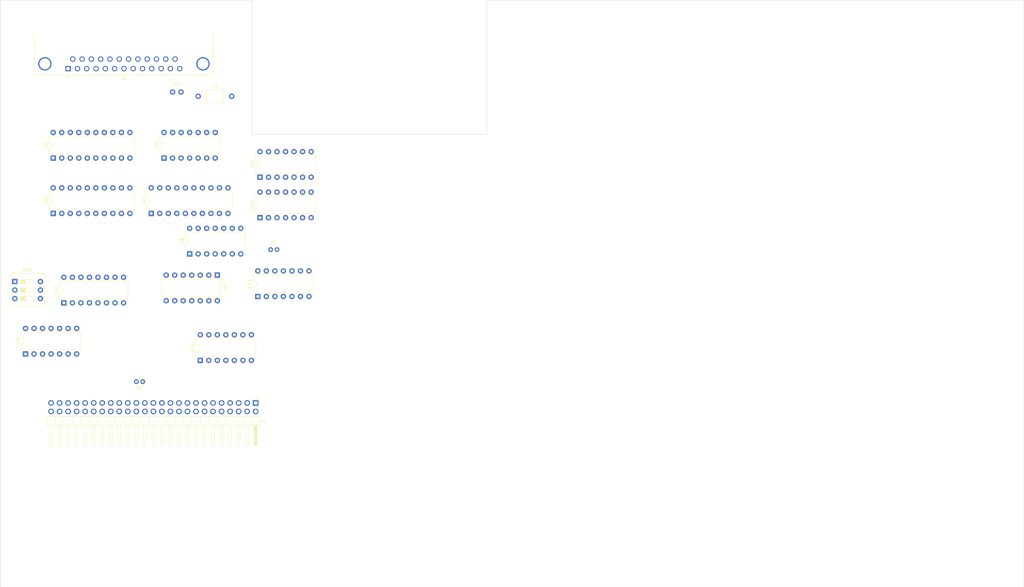
<source format=kicad_pcb>
(kicad_pcb (version 20210108) (generator pcbnew)
  (layers (0 "F.Cu" signal) (31 "B.Cu" signal) (34 "B.Paste" user) (35 "F.Paste" user) (36 "B.SilkS" user "B.Silkscreen") (37 "F.SilkS" user "F.Silkscreen") (38 "B.Mask" user) (39 "F.Mask" user) (44 "Edge.Cuts" user))
  (net 0 "")
  (net 1 "GND")
  (net 2 "/RESET")
  (net 3 "Net-(J1-Pad50)")
  (net 4 "Net-(U11-Pad3)")
  (net 5 "Net-(J1-Pad46)")
  (net 6 "Net-(U11-Pad8)")
  (net 7 "Net-(U6-Pad9)")
  (net 8 "Net-(J1-Pad40)")
  (net 9 "Net-(U5-Pad5)")
  (net 10 "Net-(J1-Pad36)")
  (net 11 "no_connect_(J1-Pad34)")
  (net 12 "Net-(J1-Pad32)")
  (net 13 "no_connect_(J1-Pad30)")
  (net 14 "no_connect_(J1-Pad28)")
  (net 15 "VCC")
  (net 16 "no_connect_(J1-Pad25)")
  (net 17 "no_connect_(J1-Pad24)")
  (net 18 "no_connect_(J1-Pad22)")
  (net 19 "no_connect_(J1-Pad20)")
  (net 20 "Net-(J1-Pad18)")
  (net 21 "Net-(J1-Pad16)")
  (net 22 "Net-(J1-Pad14)")
  (net 23 "Net-(J1-Pad12)")
  (net 24 "Net-(J1-Pad10)")
  (net 25 "Net-(J1-Pad8)")
  (net 26 "Net-(J1-Pad6)")
  (net 27 "Net-(J1-Pad4)")
  (net 28 "/DR")
  (net 29 "/R{slash}W")
  (net 30 "no_connect_(J2-Pad17)")
  (net 31 "/A1")
  (net 32 "no_connect_(J2-Pad15)")
  (net 33 "/ACK")
  (net 34 "no_connect_(J2-Pad13)")
  (net 35 "no_connect_(J2-Pad11)")
  (net 36 "/IR")
  (net 37 "/SEL")
  (net 38 "/D7")
  (net 39 "/D6")
  (net 40 "/D5")
  (net 41 "/D4")
  (net 42 "/D3")
  (net 43 "/D2")
  (net 44 "/D1")
  (net 45 "/D0")
  (net 46 "Net-(U8-Pad11)")
  (net 47 "Net-(U4-Pad5)")
  (net 48 "Net-(U7-Pad12)")
  (net 49 "Net-(U7-Pad13)")
  (net 50 "Net-(U7-Pad15)")
  (net 51 "Net-(U1-Pad19)")
  (net 52 "Net-(U1-Pad18)")
  (net 53 "Net-(U1-Pad17)")
  (net 54 "Net-(U1-Pad16)")
  (net 55 "Net-(U1-Pad15)")
  (net 56 "Net-(U1-Pad14)")
  (net 57 "Net-(U1-Pad13)")
  (net 58 "Net-(U1-Pad12)")
  (net 59 "Net-(U1-Pad11)")
  (net 60 "Net-(U2-Pad19)")
  (net 61 "Net-(U3-Pad9)")
  (net 62 "Net-(U3-Pad8)")
  (net 63 "Net-(U3-Pad7)")
  (net 64 "Net-(U4-Pad12)")
  (net 65 "Net-(U4-Pad11)")
  (net 66 "no_connect_(U4-Pad4)")
  (net 67 "Net-(U11-Pad9)")
  (net 68 "Net-(U10-Pad13)")
  (net 69 "no_connect_(U5-Pad6)")
  (net 70 "Net-(U5-Pad1)")
  (net 71 "Net-(U8-Pad6)")
  (net 72 "Net-(U5-Pad3)")
  (net 73 "no_connect_(U5-Pad8)")
  (net 74 "Net-(U11-Pad6)")
  (net 75 "no_connect_(U7-Pad7)")
  (net 76 "Net-(U11-Pad12)")
  (net 77 "no_connect_(U7-Pad5)")
  (net 78 "no_connect_(U7-Pad4)")
  (net 79 "Net-(U8-Pad9)")
  (net 80 "no_connect_(U9-Pad6)")
  (net 81 "no_connect_(U9-Pad3)")
  (net 82 "Net-(U10-Pad4)")
  (net 83 "no_connect_(U10-Pad10)")
  (net 84 "Net-(U11-Pad13)")
  (net 85 "no_connect_(U11-Pad5)")
  (net 86 "no_connect_(U12-Pad5)")
  (net 87 "no_connect_(U12-Pad3)")
  (footprint "Resistor_THT:R_Axial_DIN0204_L3.6mm_D1.6mm_P1.90mm_Vertical" (layer "F.Cu") (at 155.575 119.38)
    (fp_text reference "R1" (at 0.95 -1.92) (layer "F.SilkS"))
    (fp_text value "2.2k")
    (pad "1" thru_hole circle (at 0 0) (size 1.4 1.4) (drill 0.7) (layers *.Cu *.Mask) (net 15 "VCC"))
    (pad "2" thru_hole oval (at 1.9 0) (size 1.4 1.4) (drill 0.7) (layers *.Cu *.Mask) (net 47 "Net-(U4-Pad5)"))
  )
  (footprint "Package_DIP:DIP-14_W7.62mm" (layer "F.Cu") (at 82.55 150.495 90)
    (fp_text reference "U9" (at 3.81 -2.33 90) (layer "F.SilkS"))
    (fp_text value "74LS08")
    (pad "1" thru_hole rect (at 0 0 90) (size 1.6 1.6) (drill 0.8) (layers *.Cu *.Mask) (net 1 "GND"))
    (pad "2" thru_hole oval (at 0 2.54 90) (size 1.6 1.6) (drill 0.8) (layers *.Cu *.Mask) (net 1 "GND"))
    (pad "3" thru_hole oval (at 0 5.08 90) (size 1.6 1.6) (drill 0.8) (layers *.Cu *.Mask) (net 81 "no_connect_(U9-Pad3)"))
    (pad "4" thru_hole oval (at 0 7.62 90) (size 1.6 1.6) (drill 0.8) (layers *.Cu *.Mask) (net 1 "GND"))
    (pad "5" thru_hole oval (at 0 10.16 90) (size 1.6 1.6) (drill 0.8) (layers *.Cu *.Mask) (net 1 "GND"))
    (pad "6" thru_hole oval (at 0 12.7 90) (size 1.6 1.6) (drill 0.8) (layers *.Cu *.Mask) (net 80 "no_connect_(U9-Pad6)"))
    (pad "7" thru_hole oval (at 0 15.24 90) (size 1.6 1.6) (drill 0.8) (layers *.Cu *.Mask) (net 1 "GND"))
    (pad "8" thru_hole oval (at 7.62 15.24 90) (size 1.6 1.6) (drill 0.8) (layers *.Cu *.Mask) (net 4 "Net-(U11-Pad3)"))
    (pad "9" thru_hole oval (at 7.62 12.7 90) (size 1.6 1.6) (drill 0.8) (layers *.Cu *.Mask) (net 3 "Net-(J1-Pad50)"))
    (pad "10" thru_hole oval (at 7.62 10.16 90) (size 1.6 1.6) (drill 0.8) (layers *.Cu *.Mask) (net 3 "Net-(J1-Pad50)"))
    (pad "11" thru_hole oval (at 7.62 7.62 90) (size 1.6 1.6) (drill 0.8) (layers *.Cu *.Mask) (net 59 "Net-(U1-Pad11)"))
    (pad "12" thru_hole oval (at 7.62 5.08 90) (size 1.6 1.6) (drill 0.8) (layers *.Cu *.Mask) (net 37 "/SEL"))
    (pad "13" thru_hole oval (at 7.62 2.54 90) (size 1.6 1.6) (drill 0.8) (layers *.Cu *.Mask) (net 33 "/ACK"))
    (pad "14" thru_hole oval (at 7.62 0 90) (size 1.6 1.6) (drill 0.8) (layers *.Cu *.Mask) (net 15 "VCC"))
  )
  (footprint "Package_DIP:DIP-16_W7.62mm" (layer "F.Cu") (at 93.98 135.255 90)
    (fp_text reference "U7" (at 3.81 -2.33 90) (layer "F.SilkS"))
    (fp_text value "74ALS85")
    (pad "1" thru_hole rect (at 0 0 90) (size 1.6 1.6) (drill 0.8) (layers *.Cu *.Mask) (net 56 "Net-(U1-Pad14)"))
    (pad "2" thru_hole oval (at 0 2.54 90) (size 1.6 1.6) (drill 0.8) (layers *.Cu *.Mask) (net 1 "GND"))
    (pad "3" thru_hole oval (at 0 5.08 90) (size 1.6 1.6) (drill 0.8) (layers *.Cu *.Mask) (net 60 "Net-(U2-Pad19)"))
    (pad "4" thru_hole oval (at 0 7.62 90) (size 1.6 1.6) (drill 0.8) (layers *.Cu *.Mask) (net 78 "no_connect_(U7-Pad4)"))
    (pad "5" thru_hole oval (at 0 10.16 90) (size 1.6 1.6) (drill 0.8) (layers *.Cu *.Mask) (net 77 "no_connect_(U7-Pad5)"))
    (pad "6" thru_hole oval (at 0 12.7 90) (size 1.6 1.6) (drill 0.8) (layers *.Cu *.Mask) (net 76 "Net-(U11-Pad12)"))
    (pad "7" thru_hole oval (at 0 15.24 90) (size 1.6 1.6) (drill 0.8) (layers *.Cu *.Mask) (net 75 "no_connect_(U7-Pad7)"))
    (pad "8" thru_hole oval (at 0 17.78 90) (size 1.6 1.6) (drill 0.8) (layers *.Cu *.Mask) (net 1 "GND"))
    (pad "9" thru_hole oval (at 7.62 17.78 90) (size 1.6 1.6) (drill 0.8) (layers *.Cu *.Mask) (net 1 "GND"))
    (pad "10" thru_hole oval (at 7.62 15.24 90) (size 1.6 1.6) (drill 0.8) (layers *.Cu *.Mask) (net 31 "/A1"))
    (pad "11" thru_hole oval (at 7.62 12.7 90) (size 1.6 1.6) (drill 0.8) (layers *.Cu *.Mask) (net 58 "Net-(U1-Pad12)"))
    (pad "12" thru_hole oval (at 7.62 10.16 90) (size 1.6 1.6) (drill 0.8) (layers *.Cu *.Mask) (net 48 "Net-(U7-Pad12)"))
    (pad "13" thru_hole oval (at 7.62 7.62 90) (size 1.6 1.6) (drill 0.8) (layers *.Cu *.Mask) (net 49 "Net-(U7-Pad13)"))
    (pad "14" thru_hole oval (at 7.62 5.08 90) (size 1.6 1.6) (drill 0.8) (layers *.Cu *.Mask) (net 57 "Net-(U1-Pad13)"))
    (pad "15" thru_hole oval (at 7.62 2.54 90) (size 1.6 1.6) (drill 0.8) (layers *.Cu *.Mask) (net 50 "Net-(U7-Pad15)"))
    (pad "16" thru_hole oval (at 7.62 0 90) (size 1.6 1.6) (drill 0.8) (layers *.Cu *.Mask) (net 15 "VCC"))
  )
  (footprint "Package_DIP:DIP-20_W7.62mm" (layer "F.Cu") (at 90.805 92.075 90)
    (fp_text reference "U2" (at 3.81 -2.33 90) (layer "F.SilkS"))
    (fp_text value "74ALS540")
    (pad "1" thru_hole rect (at 0 0 90) (size 1.6 1.6) (drill 0.8) (layers *.Cu *.Mask) (net 10 "Net-(J1-Pad36)"))
    (pad "2" thru_hole oval (at 0 2.54 90) (size 1.6 1.6) (drill 0.8) (layers *.Cu *.Mask) (net 10 "Net-(J1-Pad36)"))
    (pad "3" thru_hole oval (at 0 5.08 90) (size 1.6 1.6) (drill 0.8) (layers *.Cu *.Mask) (net 27 "Net-(J1-Pad4)"))
    (pad "4" thru_hole oval (at 0 7.62 90) (size 1.6 1.6) (drill 0.8) (layers *.Cu *.Mask) (net 26 "Net-(J1-Pad6)"))
    (pad "5" thru_hole oval (at 0 10.16 90) (size 1.6 1.6) (drill 0.8) (layers *.Cu *.Mask) (net 25 "Net-(J1-Pad8)"))
    (pad "6" thru_hole oval (at 0 12.7 90) (size 1.6 1.6) (drill 0.8) (layers *.Cu *.Mask) (net 24 "Net-(J1-Pad10)"))
    (pad "7" thru_hole oval (at 0 15.24 90) (size 1.6 1.6) (drill 0.8) (layers *.Cu *.Mask) (net 23 "Net-(J1-Pad12)"))
    (pad "8" thru_hole oval (at 0 17.78 90) (size 1.6 1.6) (drill 0.8) (layers *.Cu *.Mask) (net 22 "Net-(J1-Pad14)"))
    (pad "9" thru_hole oval (at 0 20.32 90) (size 1.6 1.6) (drill 0.8) (layers *.Cu *.Mask) (net 21 "Net-(J1-Pad16)"))
    (pad "10" thru_hole oval (at 0 22.86 90) (size 1.6 1.6) (drill 0.8) (layers *.Cu *.Mask) (net 1 "GND"))
    (pad "11" thru_hole oval (at 7.62 22.86 90) (size 1.6 1.6) (drill 0.8) (layers *.Cu *.Mask) (net 38 "/D7"))
    (pad "12" thru_hole oval (at 7.62 20.32 90) (size 1.6 1.6) (drill 0.8) (layers *.Cu *.Mask) (net 39 "/D6"))
    (pad "13" thru_hole oval (at 7.62 17.78 90) (size 1.6 1.6) (drill 0.8) (layers *.Cu *.Mask) (net 40 "/D5"))
    (pad "14" thru_hole oval (at 7.62 15.24 90) (size 1.6 1.6) (drill 0.8) (layers *.Cu *.Mask) (net 41 "/D4"))
    (pad "15" thru_hole oval (at 7.62 12.7 90) (size 1.6 1.6) (drill 0.8) (layers *.Cu *.Mask) (net 42 "/D3"))
    (pad "16" thru_hole oval (at 7.62 10.16 90) (size 1.6 1.6) (drill 0.8) (layers *.Cu *.Mask) (net 43 "/D2"))
    (pad "17" thru_hole oval (at 7.62 7.62 90) (size 1.6 1.6) (drill 0.8) (layers *.Cu *.Mask) (net 44 "/D1"))
    (pad "18" thru_hole oval (at 7.62 5.08 90) (size 1.6 1.6) (drill 0.8) (layers *.Cu *.Mask) (net 45 "/D0"))
    (pad "19" thru_hole oval (at 7.62 2.54 90) (size 1.6 1.6) (drill 0.8) (layers *.Cu *.Mask) (net 60 "Net-(U2-Pad19)"))
    (pad "20" thru_hole oval (at 7.62 0 90) (size 1.6 1.6) (drill 0.8) (layers *.Cu *.Mask) (net 15 "VCC"))
  )
  (footprint "Capacitor_THT:C_Disc_D3.0mm_W1.6mm_P2.50mm" (layer "F.Cu") (at 126.365 72.39)
    (fp_text reference "C1" (at 1.25 -2.05) (layer "F.SilkS"))
    (fp_text value "27pF")
    (pad "1" thru_hole circle (at 0 0) (size 1.6 1.6) (drill 0.8) (layers *.Cu *.Mask) (net 2 "/RESET"))
    (pad "2" thru_hole circle (at 2.5 0) (size 1.6 1.6) (drill 0.8) (layers *.Cu *.Mask) (net 1 "GND"))
  )
  (footprint "Resistor_THT:R_Axial_DIN0204_L3.6mm_D1.6mm_P1.90mm_Vertical" (layer "F.Cu") (at 117.475 158.75 180)
    (fp_text reference "R2" (at 0.95 -1.92) (layer "F.SilkS"))
    (fp_text value "1k")
    (pad "1" thru_hole circle (at 0 0 180) (size 1.4 1.4) (drill 0.7) (layers *.Cu *.Mask) (net 15 "VCC"))
    (pad "2" thru_hole oval (at 1.9 0 180) (size 1.4 1.4) (drill 0.7) (layers *.Cu *.Mask) (net 12 "Net-(J1-Pad32)"))
  )
  (footprint "Connector_Dsub:DSUB-25_Female_Horizontal_P2.77x2.84mm_EdgePinOffset7.70mm_Housed_MountingHolesOffset9.12mm" (layer "F.Cu") (at 95.25 65.405 180)
    (fp_text reference "J2" (at -16.62 -2.8) (layer "F.SilkS"))
    (fp_text value "ACSI")
    (pad "0" thru_hole circle (at -40.17 1.42 180) (size 4 4) (drill 3.2) (layers *.Cu *.Mask))
    (pad "0" thru_hole circle (at 6.93 1.42 180) (size 4 4) (drill 3.2) (layers *.Cu *.Mask))
    (pad "1" thru_hole rect (at 0 0 180) (size 1.6 1.6) (drill 1) (layers *.Cu *.Mask) (net 45 "/D0"))
    (pad "2" thru_hole circle (at -2.77 0 180) (size 1.6 1.6) (drill 1) (layers *.Cu *.Mask) (net 44 "/D1"))
    (pad "3" thru_hole circle (at -5.54 0 180) (size 1.6 1.6) (drill 1) (layers *.Cu *.Mask) (net 43 "/D2"))
    (pad "4" thru_hole circle (at -8.31 0 180) (size 1.6 1.6) (drill 1) (layers *.Cu *.Mask) (net 42 "/D3"))
    (pad "5" thru_hole circle (at -11.08 0 180) (size 1.6 1.6) (drill 1) (layers *.Cu *.Mask) (net 41 "/D4"))
    (pad "6" thru_hole circle (at -13.85 0 180) (size 1.6 1.6) (drill 1) (layers *.Cu *.Mask) (net 40 "/D5"))
    (pad "7" thru_hole circle (at -16.62 0 180) (size 1.6 1.6) (drill 1) (layers *.Cu *.Mask) (net 39 "/D6"))
    (pad "8" thru_hole circle (at -19.39 0 180) (size 1.6 1.6) (drill 1) (layers *.Cu *.Mask) (net 38 "/D7"))
    (pad "9" thru_hole circle (at -22.16 0 180) (size 1.6 1.6) (drill 1) (layers *.Cu *.Mask) (net 37 "/SEL"))
    (pad "10" thru_hole circle (at -24.93 0 180) (size 1.6 1.6) (drill 1) (layers *.Cu *.Mask) (net 36 "/IR"))
    (pad "11" thru_hole circle (at -27.7 0 180) (size 1.6 1.6) (drill 1) (layers *.Cu *.Mask) (net 35 "no_connect_(J2-Pad11)"))
    (pad "12" thru_hole circle (at -30.47 0 180) (size 1.6 1.6) (drill 1) (layers *.Cu *.Mask) (net 2 "/RESET"))
    (pad "13" thru_hole circle (at -33.24 0 180) (size 1.6 1.6) (drill 1) (layers *.Cu *.Mask) (net 34 "no_connect_(J2-Pad13)"))
    (pad "14" thru_hole circle (at -1.385 2.84 180) (size 1.6 1.6) (drill 1) (layers *.Cu *.Mask) (net 33 "/ACK"))
    (pad "15" thru_hole circle (at -4.155 2.84 180) (size 1.6 1.6) (drill 1) (layers *.Cu *.Mask) (net 32 "no_connect_(J2-Pad15)"))
    (pad "16" thru_hole circle (at -6.925 2.84 180) (size 1.6 1.6) (drill 1) (layers *.Cu *.Mask) (net 31 "/A1"))
    (pad "17" thru_hole circle (at -9.695 2.84 180) (size 1.6 1.6) (drill 1) (layers *.Cu *.Mask) (net 30 "no_connect_(J2-Pad17)"))
    (pad "18" thru_hole circle (at -12.465 2.84 180) (size 1.6 1.6) (drill 1) (layers *.Cu *.Mask) (net 29 "/R{slash}W"))
    (pad "19" thru_hole circle (at -15.235 2.84 180) (size 1.6 1.6) (drill 1) (layers *.Cu *.Mask) (net 28 "/DR"))
    (pad "20" thru_hole circle (at -18.005 2.84 180) (size 1.6 1.6) (drill 1) (layers *.Cu *.Mask))
    (pad "21" thru_hole circle (at -20.775 2.84 180) (size 1.6 1.6) (drill 1) (layers *.Cu *.Mask))
    (pad "22" thru_hole circle (at -23.545 2.84 180) (size 1.6 1.6) (drill 1) (layers *.Cu *.Mask))
    (pad "23" thru_hole circle (at -26.315 2.84 180) (size 1.6 1.6) (drill 1) (layers *.Cu *.Mask))
    (pad "24" thru_hole circle (at -29.085 2.84 180) (size 1.6 1.6) (drill 1) (layers *.Cu *.Mask))
    (pad "25" thru_hole circle (at -31.855 2.84 180) (size 1.6 1.6) (drill 1) (layers *.Cu *.Mask))
  )
  (footprint "Button_Switch_THT:SW_DIP_SPSTx03_Slide_9.78x9.8mm_W7.62mm_P2.54mm" (layer "F.Cu") (at 79.375 128.905)
    (fp_text reference "SW1" (at 3.81 -3.42) (layer "F.SilkS"))
    (fp_text value "SW_DIP_x03")
    (pad "1" thru_hole rect (at 0 0) (size 1.6 1.6) (drill 0.8) (layers *.Cu *.Mask) (net 50 "Net-(U7-Pad15)"))
    (pad "2" thru_hole oval (at 0 2.54) (size 1.6 1.6) (drill 0.8) (layers *.Cu *.Mask) (net 49 "Net-(U7-Pad13)"))
    (pad "3" thru_hole oval (at 0 5.08) (size 1.6 1.6) (drill 0.8) (layers *.Cu *.Mask) (net 48 "Net-(U7-Pad12)"))
    (pad "4" thru_hole oval (at 7.62 5.08) (size 1.6 1.6) (drill 0.8) (layers *.Cu *.Mask) (net 1 "GND"))
    (pad "5" thru_hole oval (at 7.62 2.54) (size 1.6 1.6) (drill 0.8) (layers *.Cu *.Mask) (net 1 "GND"))
    (pad "6" thru_hole oval (at 7.62 0) (size 1.6 1.6) (drill 0.8) (layers *.Cu *.Mask) (net 1 "GND"))
  )
  (footprint "Package_DIP:DIP-14_W7.62mm" (layer "F.Cu") (at 123.825 92.075 90)
    (fp_text reference "U4" (at 3.81 -2.33 90) (layer "F.SilkS"))
    (fp_text value "74LS01")
    (pad "1" thru_hole rect (at 0 0 90) (size 1.6 1.6) (drill 0.8) (layers *.Cu *.Mask) (net 28 "/DR"))
    (pad "2" thru_hole oval (at 0 2.54 90) (size 1.6 1.6) (drill 0.8) (layers *.Cu *.Mask) (net 5 "Net-(J1-Pad46)"))
    (pad "3" thru_hole oval (at 0 5.08 90) (size 1.6 1.6) (drill 0.8) (layers *.Cu *.Mask) (net 65 "Net-(U4-Pad11)"))
    (pad "4" thru_hole oval (at 0 7.62 90) (size 1.6 1.6) (drill 0.8) (layers *.Cu *.Mask) (net 66 "no_connect_(U4-Pad4)"))
    (pad "5" thru_hole oval (at 0 10.16 90) (size 1.6 1.6) (drill 0.8) (layers *.Cu *.Mask) (net 47 "Net-(U4-Pad5)"))
    (pad "6" thru_hole oval (at 0 12.7 90) (size 1.6 1.6) (drill 0.8) (layers *.Cu *.Mask) (net 47 "Net-(U4-Pad5)"))
    (pad "7" thru_hole oval (at 0 15.24 90) (size 1.6 1.6) (drill 0.8) (layers *.Cu *.Mask) (net 1 "GND"))
    (pad "8" thru_hole oval (at 7.62 15.24 90) (size 1.6 1.6) (drill 0.8) (layers *.Cu *.Mask) (net 67 "Net-(U11-Pad9)"))
    (pad "9" thru_hole oval (at 7.62 12.7 90) (size 1.6 1.6) (drill 0.8) (layers *.Cu *.Mask) (net 67 "Net-(U11-Pad9)"))
    (pad "10" thru_hole oval (at 7.62 10.16 90) (size 1.6 1.6) (drill 0.8) (layers *.Cu *.Mask) (net 10 "Net-(J1-Pad36)"))
    (pad "11" thru_hole oval (at 7.62 7.62 90) (size 1.6 1.6) (drill 0.8) (layers *.Cu *.Mask) (net 65 "Net-(U4-Pad11)"))
    (pad "12" thru_hole oval (at 7.62 5.08 90) (size 1.6 1.6) (drill 0.8) (layers *.Cu *.Mask) (net 64 "Net-(U4-Pad12)"))
    (pad "13" thru_hole oval (at 7.62 2.54 90) (size 1.6 1.6) (drill 0.8) (layers *.Cu *.Mask) (net 36 "/IR"))
    (pad "14" thru_hole oval (at 7.62 0 90) (size 1.6 1.6) (drill 0.8) (layers *.Cu *.Mask) (net 15 "VCC"))
  )
  (footprint "Package_DIP:DIP-14_W7.62mm" (layer "F.Cu") (at 139.7 127 -90)
    (fp_text reference "U6" (at 3.81 -2.33 90) (layer "F.SilkS"))
    (fp_text value "74ALS08")
    (pad "1" thru_hole rect (at 0 0 270) (size 1.6 1.6) (drill 0.8) (layers *.Cu *.Mask) (net 56 "Net-(U1-Pad14)"))
    (pad "2" thru_hole oval (at 0 2.54 270) (size 1.6 1.6) (drill 0.8) (layers *.Cu *.Mask) (net 74 "Net-(U11-Pad6)"))
    (pad "3" thru_hole oval (at 0 5.08 270) (size 1.6 1.6) (drill 0.8) (layers *.Cu *.Mask) (net 63 "Net-(U3-Pad7)"))
    (pad "4" thru_hole oval (at 0 7.62 270) (size 1.6 1.6) (drill 0.8) (layers *.Cu *.Mask) (net 58 "Net-(U1-Pad12)"))
    (pad "5" thru_hole oval (at 0 10.16 270) (size 1.6 1.6) (drill 0.8) (layers *.Cu *.Mask) (net 74 "Net-(U11-Pad6)"))
    (pad "6" thru_hole oval (at 0 12.7 270) (size 1.6 1.6) (drill 0.8) (layers *.Cu *.Mask) (net 61 "Net-(U3-Pad9)"))
    (pad "7" thru_hole oval (at 0 15.24 270) (size 1.6 1.6) (drill 0.8) (layers *.Cu *.Mask) (net 1 "GND"))
    (pad "8" thru_hole oval (at 7.62 15.24 270) (size 1.6 1.6) (drill 0.8) (layers *.Cu *.Mask) (net 70 "Net-(U5-Pad1)"))
    (pad "9" thru_hole oval (at 7.62 12.7 270) (size 1.6 1.6) (drill 0.8) (layers *.Cu *.Mask) (net 7 "Net-(U6-Pad9)"))
    (pad "10" thru_hole oval (at 7.62 10.16 270) (size 1.6 1.6) (drill 0.8) (layers *.Cu *.Mask) (net 74 "Net-(U11-Pad6)"))
    (pad "11" thru_hole oval (at 7.62 7.62 270) (size 1.6 1.6) (drill 0.8) (layers *.Cu *.Mask) (net 62 "Net-(U3-Pad8)"))
    (pad "12" thru_hole oval (at 7.62 5.08 270) (size 1.6 1.6) (drill 0.8) (layers *.Cu *.Mask) (net 57 "Net-(U1-Pad13)"))
    (pad "13" thru_hole oval (at 7.62 2.54 270) (size 1.6 1.6) (drill 0.8) (layers *.Cu *.Mask) (net 74 "Net-(U11-Pad6)"))
    (pad "14" thru_hole oval (at 7.62 0 270) (size 1.6 1.6) (drill 0.8) (layers *.Cu *.Mask) (net 15 "VCC"))
  )
  (footprint "Package_DIP:DIP-20_W7.62mm" (layer "F.Cu") (at 120.015 108.585 90)
    (fp_text reference "U1" (at 3.81 -2.33 90) (layer "F.SilkS"))
    (fp_text value "74ALS573")
    (pad "1" thru_hole rect (at 0 0 90) (size 1.6 1.6) (drill 0.8) (layers *.Cu *.Mask) (net 1 "GND"))
    (pad "2" thru_hole oval (at 0 2.54 90) (size 1.6 1.6) (drill 0.8) (layers *.Cu *.Mask) (net 45 "/D0"))
    (pad "3" thru_hole oval (at 0 5.08 90) (size 1.6 1.6) (drill 0.8) (layers *.Cu *.Mask) (net 44 "/D1"))
    (pad "4" thru_hole oval (at 0 7.62 90) (size 1.6 1.6) (drill 0.8) (layers *.Cu *.Mask) (net 43 "/D2"))
    (pad "5" thru_hole oval (at 0 10.16 90) (size 1.6 1.6) (drill 0.8) (layers *.Cu *.Mask) (net 42 "/D3"))
    (pad "6" thru_hole oval (at 0 12.7 90) (size 1.6 1.6) (drill 0.8) (layers *.Cu *.Mask) (net 41 "/D4"))
    (pad "7" thru_hole oval (at 0 15.24 90) (size 1.6 1.6) (drill 0.8) (layers *.Cu *.Mask) (net 40 "/D5"))
    (pad "8" thru_hole oval (at 0 17.78 90) (size 1.6 1.6) (drill 0.8) (layers *.Cu *.Mask) (net 39 "/D6"))
    (pad "9" thru_hole oval (at 0 20.32 90) (size 1.6 1.6) (drill 0.8) (layers *.Cu *.Mask) (net 38 "/D7"))
    (pad "10" thru_hole oval (at 0 22.86 90) (size 1.6 1.6) (drill 0.8) (layers *.Cu *.Mask) (net 1 "GND"))
    (pad "11" thru_hole oval (at 7.62 22.86 90) (size 1.6 1.6) (drill 0.8) (layers *.Cu *.Mask) (net 59 "Net-(U1-Pad11)"))
    (pad "12" thru_hole oval (at 7.62 20.32 90) (size 1.6 1.6) (drill 0.8) (layers *.Cu *.Mask) (net 58 "Net-(U1-Pad12)"))
    (pad "13" thru_hole oval (at 7.62 17.78 90) (size 1.6 1.6) (drill 0.8) (layers *.Cu *.Mask) (net 57 "Net-(U1-Pad13)"))
    (pad "14" thru_hole oval (at 7.62 15.24 90) (size 1.6 1.6) (drill 0.8) (layers *.Cu *.Mask) (net 56 "Net-(U1-Pad14)"))
    (pad "15" thru_hole oval (at 7.62 12.7 90) (size 1.6 1.6) (drill 0.8) (layers *.Cu *.Mask) (net 55 "Net-(U1-Pad15)"))
    (pad "16" thru_hole oval (at 7.62 10.16 90) (size 1.6 1.6) (drill 0.8) (layers *.Cu *.Mask) (net 54 "Net-(U1-Pad16)"))
    (pad "17" thru_hole oval (at 7.62 7.62 90) (size 1.6 1.6) (drill 0.8) (layers *.Cu *.Mask) (net 53 "Net-(U1-Pad17)"))
    (pad "18" thru_hole oval (at 7.62 5.08 90) (size 1.6 1.6) (drill 0.8) (layers *.Cu *.Mask) (net 52 "Net-(U1-Pad18)"))
    (pad "19" thru_hole oval (at 7.62 2.54 90) (size 1.6 1.6) (drill 0.8) (layers *.Cu *.Mask) (net 51 "Net-(U1-Pad19)"))
    (pad "20" thru_hole oval (at 7.62 0 90) (size 1.6 1.6) (drill 0.8) (layers *.Cu *.Mask) (net 15 "VCC"))
  )
  (footprint "Package_DIP:DIP-14_W7.62mm" (layer "F.Cu") (at 152.4 97.79 90)
    (fp_text reference "U5" (at 3.81 -2.33 90) (layer "F.SilkS"))
    (fp_text value "74ALS74")
    (pad "1" thru_hole rect (at 0 0 90) (size 1.6 1.6) (drill 0.8) (layers *.Cu *.Mask) (net 70 "Net-(U5-Pad1)"))
    (pad "2" thru_hole oval (at 0 2.54 90) (size 1.6 1.6) (drill 0.8) (layers *.Cu *.Mask) (net 1 "GND"))
    (pad "3" thru_hole oval (at 0 5.08 90) (size 1.6 1.6) (drill 0.8) (layers *.Cu *.Mask) (net 72 "Net-(U5-Pad3)"))
    (pad "4" thru_hole oval (at 0 7.62 90) (size 1.6 1.6) (drill 0.8) (layers *.Cu *.Mask) (net 71 "Net-(U8-Pad6)"))
    (pad "5" thru_hole oval (at 0 10.16 90) (size 1.6 1.6) (drill 0.8) (layers *.Cu *.Mask) (net 9 "Net-(U5-Pad5)"))
    (pad "6" thru_hole oval (at 0 12.7 90) (size 1.6 1.6) (drill 0.8) (layers *.Cu *.Mask) (net 69 "no_connect_(U5-Pad6)"))
    (pad "7" thru_hole oval (at 0 15.24 90) (size 1.6 1.6) (drill 0.8) (layers *.Cu *.Mask) (net 1 "GND"))
    (pad "8" thru_hole oval (at 7.62 15.24 90) (size 1.6 1.6) (drill 0.8) (layers *.Cu *.Mask) (net 73 "no_connect_(U5-Pad8)"))
    (pad "9" thru_hole oval (at 7.62 12.7 90) (size 1.6 1.6) (drill 0.8) (layers *.Cu *.Mask) (net 65 "Net-(U4-Pad11)"))
    (pad "10" thru_hole oval (at 7.62 10.16 90) (size 1.6 1.6) (drill 0.8) (layers *.Cu *.Mask) (net 47 "Net-(U4-Pad5)"))
    (pad "11" thru_hole oval (at 7.62 7.62 90) (size 1.6 1.6) (drill 0.8) (layers *.Cu *.Mask) (net 71 "Net-(U8-Pad6)"))
    (pad "12" thru_hole oval (at 7.62 5.08 90) (size 1.6 1.6) (drill 0.8) (layers *.Cu *.Mask) (net 70 "Net-(U5-Pad1)"))
    (pad "13" thru_hole oval (at 7.62 2.54 90) (size 1.6 1.6) (drill 0.8) (layers *.Cu *.Mask) (net 68 "Net-(U10-Pad13)"))
    (pad "14" thru_hole oval (at 7.62 0 90) (size 1.6 1.6) (drill 0.8) (layers *.Cu *.Mask) (net 15 "VCC"))
  )
  (footprint "Package_DIP:DIP-14_W7.62mm" (layer "F.Cu") (at 134.62 152.4 90)
    (fp_text reference "U12" (at 3.81 -2.33 90) (layer "F.SilkS"))
    (fp_text value "74LS280")
    (pad "1" thru_hole rect (at 0 0 90) (size 1.6 1.6) (drill 0.8) (layers *.Cu *.Mask) (net 22 "Net-(J1-Pad14)"))
    (pad "2" thru_hole oval (at 0 2.54 90) (size 1.6 1.6) (drill 0.8) (layers *.Cu *.Mask) (net 21 "Net-(J1-Pad16)"))
    (pad "3" thru_hole oval (at 0 5.08 90) (size 1.6 1.6) (drill 0.8) (layers *.Cu *.Mask) (net 87 "no_connect_(U12-Pad3)"))
    (pad "4" thru_hole oval (at 0 7.62 90) (size 1.6 1.6) (drill 0.8) (layers *.Cu *.Mask) (net 1 "GND"))
    (pad "5" thru_hole oval (at 0 10.16 90) (size 1.6 1.6) (drill 0.8) (layers *.Cu *.Mask) (net 86 "no_connect_(U12-Pad5)"))
    (pad "6" thru_hole oval (at 0 12.7 90) (size 1.6 1.6) (drill 0.8) (layers *.Cu *.Mask) (net 20 "Net-(J1-Pad18)"))
    (pad "7" thru_hole oval (at 0 15.24 90) (size 1.6 1.6) (drill 0.8) (layers *.Cu *.Mask) (net 1 "GND"))
    (pad "8" thru_hole oval (at 7.62 15.24 90) (size 1.6 1.6) (drill 0.8) (layers *.Cu *.Mask) (net 10 "Net-(J1-Pad36)"))
    (pad "9" thru_hole oval (at 7.62 12.7 90) (size 1.6 1.6) (drill 0.8) (layers *.Cu *.Mask) (net 27 "Net-(J1-Pad4)"))
    (pad "10" thru_hole oval (at 7.62 10.16 90) (size 1.6 1.6) (drill 0.8) (layers *.Cu *.Mask) (net 26 "Net-(J1-Pad6)"))
    (pad "11" thru_hole oval (at 7.62 7.62 90) (size 1.6 1.6) (drill 0.8) (layers *.Cu *.Mask) (net 25 "Net-(J1-Pad8)"))
    (pad "12" thru_hole oval (at 7.62 5.08 90) (size 1.6 1.6) (drill 0.8) (layers *.Cu *.Mask) (net 24 "Net-(J1-Pad10)"))
    (pad "13" thru_hole oval (at 7.62 2.54 90) (size 1.6 1.6) (drill 0.8) (layers *.Cu *.Mask) (net 23 "Net-(J1-Pad12)"))
    (pad "14" thru_hole oval (at 7.62 0 90) (size 1.6 1.6) (drill 0.8) (layers *.Cu *.Mask) (net 15 "VCC"))
  )
  (footprint "Package_DIP:DIP-14_W7.62mm" (layer "F.Cu") (at 131.445 120.65 90)
    (fp_text reference "U8" (at 3.81 -2.33 90) (layer "F.SilkS"))
    (fp_text value "74LS04")
    (pad "1" thru_hole rect (at 0 0 90) (size 1.6 1.6) (drill 0.8) (layers *.Cu *.Mask) (net 59 "Net-(U1-Pad11)"))
    (pad "2" thru_hole oval (at 0 2.54 90) (size 1.6 1.6) (drill 0.8) (layers *.Cu *.Mask) (net 72 "Net-(U5-Pad3)"))
    (pad "3" thru_hole oval (at 0 5.08 90) (size 1.6 1.6) (drill 0.8) (layers *.Cu *.Mask) (net 29 "/R{slash}W"))
    (pad "4" thru_hole oval (at 0 7.62 90) (size 1.6 1.6) (drill 0.8) (layers *.Cu *.Mask) (net 60 "Net-(U2-Pad19)"))
    (pad "5" thru_hole oval (at 0 10.16 90) (size 1.6 1.6) (drill 0.8) (layers *.Cu *.Mask) (net 4 "Net-(U11-Pad3)"))
    (pad "6" thru_hole oval (at 0 12.7 90) (size 1.6 1.6) (drill 0.8) (layers *.Cu *.Mask) (net 71 "Net-(U8-Pad6)"))
    (pad "7" thru_hole oval (at 0 15.24 90) (size 1.6 1.6) (drill 0.8) (layers *.Cu *.Mask) (net 1 "GND"))
    (pad "8" thru_hole oval (at 7.62 15.24 90) (size 1.6 1.6) (drill 0.8) (layers *.Cu *.Mask) (net 8 "Net-(J1-Pad40)"))
    (pad "9" thru_hole oval (at 7.62 12.7 90) (size 1.6 1.6) (drill 0.8) (layers *.Cu *.Mask) (net 79 "Net-(U8-Pad9)"))
    (pad "10" thru_hole oval (at 7.62 10.16 90) (size 1.6 1.6) (drill 0.8) (layers *.Cu *.Mask) (net 79 "Net-(U8-Pad9)"))
    (pad "11" thru_hole oval (at 7.62 7.62 90) (size 1.6 1.6) (drill 0.8) (layers *.Cu *.Mask) (net 46 "Net-(U8-Pad11)"))
    (pad "12" thru_hole oval (at 7.62 5.08 90) (size 1.6 1.6) (drill 0.8) (layers *.Cu *.Mask) (net 64 "Net-(U4-Pad12)"))
    (pad "13" thru_hole oval (at 7.62 2.54 90) (size 1.6 1.6) (drill 0.8) (layers *.Cu *.Mask) (net 5 "Net-(J1-Pad46)"))
    (pad "14" thru_hole oval (at 7.62 0 90) (size 1.6 1.6) (drill 0.8) (layers *.Cu *.Mask) (net 15 "VCC"))
  )
  (footprint "Package_DIP:DIP-14_W7.62mm" (layer "F.Cu") (at 152.4 109.855 90)
    (fp_text reference "U10" (at 3.81 -2.33 90) (layer "F.SilkS"))
    (fp_text value "74LS02")
    (pad "1" thru_hole rect (at 0 0 90) (size 1.6 1.6) (drill 0.8) (layers *.Cu *.Mask) (net 84 "Net-(U11-Pad13)"))
    (pad "2" thru_hole oval (at 0 2.54 90) (size 1.6 1.6) (drill 0.8) (layers *.Cu *.Mask) (net 82 "Net-(U10-Pad4)"))
    (pad "3" thru_hole oval (at 0 5.08 90) (size 1.6 1.6) (drill 0.8) (layers *.Cu *.Mask) (net 79 "Net-(U8-Pad9)"))
    (pad "4" thru_hole oval (at 0 7.62 90) (size 1.6 1.6) (drill 0.8) (layers *.Cu *.Mask) (net 82 "Net-(U10-Pad4)"))
    (pad "5" thru_hole oval (at 0 10.16 90) (size 1.6 1.6) (drill 0.8) (layers *.Cu *.Mask) (net 10 "Net-(J1-Pad36)"))
    (pad "6" thru_hole oval (at 0 12.7 90) (size 1.6 1.6) (drill 0.8) (layers *.Cu *.Mask) (net 10 "Net-(J1-Pad36)"))
    (pad "7" thru_hole oval (at 0 15.24 90) (size 1.6 1.6) (drill 0.8) (layers *.Cu *.Mask) (net 1 "GND"))
    (pad "8" thru_hole oval (at 7.62 15.24 90) (size 1.6 1.6) (drill 0.8) (layers *.Cu *.Mask) (net 1 "GND"))
    (pad "9" thru_hole oval (at 7.62 12.7 90) (size 1.6 1.6) (drill 0.8) (layers *.Cu *.Mask) (net 1 "GND"))
    (pad "10" thru_hole oval (at 7.62 10.16 90) (size 1.6 1.6) (drill 0.8) (layers *.Cu *.Mask) (net 83 "no_connect_(U10-Pad10)"))
    (pad "11" thru_hole oval (at 7.62 7.62 90) (size 1.6 1.6) (drill 0.8) (layers *.Cu *.Mask) (net 59 "Net-(U1-Pad11)"))
    (pad "12" thru_hole oval (at 7.62 5.08 90) (size 1.6 1.6) (drill 0.8) (layers *.Cu *.Mask) (net 79 "Net-(U8-Pad9)"))
    (pad "13" thru_hole oval (at 7.62 2.54 90) (size 1.6 1.6) (drill 0.8) (layers *.Cu *.Mask) (net 68 "Net-(U10-Pad13)"))
    (pad "14" thru_hole oval (at 7.62 0 90) (size 1.6 1.6) (drill 0.8) (layers *.Cu *.Mask) (net 15 "VCC"))
  )
  (footprint "Connector_PinHeader_2.54mm:PinHeader_2x25_P2.54mm_Horizontal" (layer "F.Cu") (at 151.13 165.1 -90)
    (fp_text reference "J1" (at 5.655 -2.27 90) (layer "F.SilkS"))
    (fp_text value "SCSI")
    (pad "1" thru_hole rect (at 0 0 270) (size 1.7 1.7) (drill 1) (layers *.Cu *.Mask) (net 1 "GND"))
    (pad "2" thru_hole oval (at 2.54 0 270) (size 1.7 1.7) (drill 1) (layers *.Cu *.Mask) (net 10 "Net-(J1-Pad36)"))
    (pad "3" thru_hole oval (at 0 2.54 270) (size 1.7 1.7) (drill 1) (layers *.Cu *.Mask) (net 1 "GND"))
    (pad "4" thru_hole oval (at 2.54 2.54 270) (size 1.7 1.7) (drill 1) (layers *.Cu *.Mask) (net 27 "Net-(J1-Pad4)"))
    (pad "5" thru_hole oval (at 0 5.08 270) (size 1.7 1.7) (drill 1) (layers *.Cu *.Mask) (net 1 "GND"))
    (pad "6" thru_hole oval (at 2.54 5.08 270) (size 1.7 1.7) (drill 1) (layers *.Cu *.Mask) (net 26 "Net-(J1-Pad6)"))
    (pad "7" thru_hole oval (at 0 7.62 270) (size 1.7 1.7) (drill 1) (layers *.Cu *.Mask) (net 1 "GND"))
    (pad "8" thru_hole oval (at 2.54 7.62 270) (size 1.7 1.7) (drill 1) (layers *.Cu *.Mask) (net 25 "Net-(J1-Pad8)"))
    (pad "9" thru_hole oval (at 0 10.16 270) (size 1.7 1.7) (drill 1) (layers *.Cu *.Mask) (net 1 "GND"))
    (pad "10" thru_hole oval (at 2.54 10.16 270) (size 1.7 1.7) (drill 1) (layers *.Cu *.Mask) (net 24 "Net-(J1-Pad10)"))
    (pad "11" thru_hole oval (at 0 12.7 270) (size 1.7 1.7) (drill 1) (layers *.Cu *.Mask) (net 1 "GND"))
    (pad "12" thru_hole oval (at 2.54 12.7 270) (size 1.7 1.7) (drill 1) (layers *.Cu *.Mask) (net 23 "Net-(J1-Pad12)"))
    (pad "13" thru_hole oval (at 0 15.24 270) (size 1.7 1.7) (drill 1) (layers *.Cu *.Mask) (net 1 "GND"))
    (pad "14" thru_hole oval (at 2.54 15.24 270) (size 1.7 1.7) (drill 1) (layers *.Cu *.Mask) (net 22 "Net-(J1-Pad14)"))
    (pad "15" thru_hole oval (at 0 17.78 270) (size 1.7 1.7) (drill 1) (layers *.Cu *.Mask) (net 1 "GND"))
    (pad "16" thru_hole oval (at 2.54 17.78 270) (size 1.7 1.7) (drill 1) (layers *.Cu *.Mask) (net 21 "Net-(J1-Pad16)"))
    (pad "17" thru_hole oval (at 0 20.32 270) (size 1.7 1.7) (drill 1) (layers *.Cu *.Mask) (net 1 "GND"))
    (pad "18" thru_hole oval (at 2.54 20.32 270) (size 1.7 1.7) (drill 1) (layers *.Cu *.Mask) (net 20 "Net-(J1-Pad18)"))
    (pad "19" thru_hole oval (at 0 22.86 270) (size 1.7 1.7) (drill 1) (layers *.Cu *.Mask) (net 1 "GND"))
    (pad "20" thru_hole oval (at 2.54 22.86 270) (size 1.7 1.7) (drill 1) (layers *.Cu *.Mask) (net 19 "no_connect_(J1-Pad20)"))
    (pad "21" thru_hole oval (at 0 25.4 270) (size 1.7 1.7) (drill 1) (layers *.Cu *.Mask) (net 1 "GND"))
    (pad "22" thru_hole oval (at 2.54 25.4 270) (size 1.7 1.7) (drill 1) (layers *.Cu *.Mask) (net 18 "no_connect_(J1-Pad22)"))
    (pad "23" thru_hole oval (at 0 27.94 270) (size 1.7 1.7) (drill 1) (layers *.Cu *.Mask) (net 1 "GND"))
    (pad "24" thru_hole oval (at 2.54 27.94 270) (size 1.7 1.7) (drill 1) (layers *.Cu *.Mask) (net 17 "no_connect_(J1-Pad24)"))
    (pad "25" thru_hole oval (at 0 30.48 270) (size 1.7 1.7) (drill 1) (layers *.Cu *.Mask) (net 16 "no_connect_(J1-Pad25)"))
    (pad "26" thru_hole oval (at 2.54 30.48 270) (size 1.7 1.7) (drill 1) (layers *.Cu *.Mask) (net 15 "VCC"))
    (pad "27" thru_hole oval (at 0 33.02 270) (size 1.7 1.7) (drill 1) (layers *.Cu *.Mask) (net 1 "GND"))
    (pad "28" thru_hole oval (at 2.54 33.02 270) (size 1.7 1.7) (drill 1) (layers *.Cu *.Mask) (net 14 "no_connect_(J1-Pad28)"))
    (pad "29" thru_hole oval (at 0 35.56 270) (size 1.7 1.7) (drill 1) (layers *.Cu *.Mask) (net 1 "GND"))
    (pad "30" thru_hole oval (at 2.54 35.56 270) (size 1.7 1.7) (drill 1) (layers *.Cu *.Mask) (net 13 "no_connect_(J1-Pad30)"))
    (pad "31" thru_hole oval (at 0 38.1 270) (size 1.7 1.7) (drill 1) (layers *.Cu *.Mask) (net 1 "GND"))
    (pad "32" thru_hole oval (at 2.54 38.1 270) (size 1.7 1.7) (drill 1) (layers *.Cu *.Mask) (net 12 "Net-(J1-Pad32)"))
    (pad "33" thru_hole oval (at 0 40.64 270) (size 1.7 1.7) (drill 1) (layers *.Cu *.Mask) (net 1 "GND"))
    (pad "34" thru_hole oval (at 2.54 40.64 270) (size 1.7 1.7) (drill 1) (layers *.Cu *.Mask) (net 11 "no_connect_(J1-Pad34)"))
    (pad "35" thru_hole oval (at 0 43.18 270) (size 1.7 1.7) (drill 1) (layers *.Cu *.Mask) (net 1 "GND"))
    (pad "36" thru_hole oval (at 2.54 43.18 270) (size 1.7 1.7) (drill 1) (layers *.Cu *.Mask) (net 10 "Net-(J1-Pad36)"))
    (pad "37" thru_hole oval (at 0 45.72 270) (size 1.7 1.7) (drill 1) (layers *.Cu *.Mask) (net 1 "GND"))
    (pad "38" thru_hole oval (at 2.54 45.72 270) (size 1.7 1.7) (drill 1) (layers *.Cu *.Mask) (net 9 "Net-(U5-Pad5)"))
    (pad "39" thru_hole oval (at 0 48.26 270) (size 1.7 1.7) (drill 1) (layers *.Cu *.Mask) (net 1 "GND"))
    (pad "40" thru_hole oval (at 2.54 48.26 270) (size 1.7 1.7) (drill 1) (layers *.Cu *.Mask) (net 8 "Net-(J1-Pad40)"))
    (pad "41" thru_hole oval (at 0 50.8 270) (size 1.7 1.7) (drill 1) (layers *.Cu *.Mask) (net 1 "GND"))
    (pad "42" thru_hole oval (at 2.54 50.8 270) (size 1.7 1.7) (drill 1) (layers *.Cu *.Mask) (net 7 "Net-(U6-Pad9)"))
    (pad "43" thru_hole oval (at 0 53.34 270) (size 1.7 1.7) (drill 1) (layers *.Cu *.Mask) (net 1 "GND"))
    (pad "44" thru_hole oval (at 2.54 53.34 270) (size 1.7 1.7) (drill 1) (layers *.Cu *.Mask) (net 6 "Net-(U11-Pad8)"))
    (pad "45" thru_hole oval (at 0 55.88 270) (size 1.7 1.7) (drill 1) (layers *.Cu *.Mask) (net 1 "GND"))
    (pad "46" thru_hole oval (at 2.54 55.88 270) (size 1.7 1.7) (drill 1) (layers *.Cu *.Mask) (net 5 "Net-(J1-Pad46)"))
    (pad "47" thru_hole oval (at 0 58.42 270) (size 1.7 1.7) (drill 1) (layers *.Cu *.Mask) (net 1 "GND"))
    (pad "48" thru_hole oval (at 2.54 58.42 270) (size 1.7 1.7) (drill 1) (layers *.Cu *.Mask) (net 4 "Net-(U11-Pad3)"))
    (pad "49" thru_hole oval (at 0 60.96 270) (size 1.7 1.7) (drill 1) (layers *.Cu *.Mask) (net 1 "GND"))
    (pad "50" thru_hole oval (at 2.54 60.96 270) (size 1.7 1.7) (drill 1) (layers *.Cu *.Mask) (net 3 "Net-(J1-Pad50)"))
  )
  (footprint "Package_DIP:DIP-14_W7.62mm" (layer "F.Cu") (at 151.765 133.35 90)
    (fp_text reference "U11" (at 3.81 -2.33 90) (layer "F.SilkS"))
    (fp_text value "74ALS74")
    (pad "1" thru_hole rect (at 0 0 90) (size 1.6 1.6) (drill 0.8) (layers *.Cu *.Mask) (net 8 "Net-(J1-Pad40)"))
    (pad "2" thru_hole oval (at 0 2.54 90) (size 1.6 1.6) (drill 0.8) (layers *.Cu *.Mask) (net 1 "GND"))
    (pad "3" thru_hole oval (at 0 5.08 90) (size 1.6 1.6) (drill 0.8) (layers *.Cu *.Mask) (net 4 "Net-(U11-Pad3)"))
    (pad "4" thru_hole oval (at 0 7.62 90) (size 1.6 1.6) (drill 0.8) (layers *.Cu *.Mask) (net 6 "Net-(U11-Pad8)"))
    (pad "5" thru_hole oval (at 0 10.16 90) (size 1.6 1.6) (drill 0.8) (layers *.Cu *.Mask) (net 85 "no_connect_(U11-Pad5)"))
    (pad "6" thru_hole oval (at 0 12.7 90) (size 1.6 1.6) (drill 0.8) (layers *.Cu *.Mask) (net 74 "Net-(U11-Pad6)"))
    (pad "7" thru_hole oval (at 0 15.24 90) (size 1.6 1.6) (drill 0.8) (layers *.Cu *.Mask) (net 1 "GND"))
    (pad "8" thru_hole oval (at 7.62 15.24 90) (size 1.6 1.6) (drill 0.8) (layers *.Cu *.Mask) (net 6 "Net-(U11-Pad8)"))
    (pad "9" thru_hole oval (at 7.62 12.7 90) (size 1.6 1.6) (drill 0.8) (layers *.Cu *.Mask) (net 67 "Net-(U11-Pad9)"))
    (pad "10" thru_hole oval (at 7.62 10.16 90) (size 1.6 1.6) (drill 0.8) (layers *.Cu *.Mask) (net 47 "Net-(U4-Pad5)"))
    (pad "11" thru_hole oval (at 7.62 7.62 90) (size 1.6 1.6) (drill 0.8) (layers *.Cu *.Mask) (net 37 "/SEL"))
    (pad "12" thru_hole oval (at 7.62 5.08 90) (size 1.6 1.6) (drill 0.8) (layers *.Cu *.Mask) (net 76 "Net-(U11-Pad12)"))
    (pad "13" thru_hole oval (at 7.62 2.54 90) (size 1.6 1.6) (drill 0.8) (layers *.Cu *.Mask) (net 84 "Net-(U11-Pad13)"))
    (pad "14" thru_hole oval (at 7.62 0 90) (size 1.6 1.6) (drill 0.8) (layers *.Cu *.Mask) (net 15 "VCC"))
  )
  (footprint "Inductor_THT:L_Axial_L5.0mm_D3.6mm_P10.00mm_Horizontal_Murata_BL01RN1A2A2" (layer "F.Cu") (at 133.985 73.66)
    (fp_text reference "L1" (at 5 -3) (layer "F.SilkS"))
    (fp_text value "220uH")
    (pad "1" thru_hole circle (at 0 0) (size 1.6 1.6) (drill 0.85) (layers *.Cu *.Mask) (net 2 "/RESET"))
    (pad "2" thru_hole oval (at 10 0) (size 1.6 1.6) (drill 0.85) (layers *.Cu *.Mask) (net 46 "Net-(U8-Pad11)"))
  )
  (footprint "Package_DIP:DIP-20_W7.62mm" (layer "F.Cu") (at 90.805 108.585 90)
    (fp_text reference "U3" (at 3.81 -2.33 90) (layer "F.SilkS"))
    (fp_text value "74ALS540")
    (pad "1" thru_hole rect (at 0 0 90) (size 1.6 1.6) (drill 0.8) (layers *.Cu *.Mask) (net 10 "Net-(J1-Pad36)"))
    (pad "2" thru_hole oval (at 0 2.54 90) (size 1.6 1.6) (drill 0.8) (layers *.Cu *.Mask) (net 51 "Net-(U1-Pad19)"))
    (pad "3" thru_hole oval (at 0 5.08 90) (size 1.6 1.6) (drill 0.8) (layers *.Cu *.Mask) (net 52 "Net-(U1-Pad18)"))
    (pad "4" thru_hole oval (at 0 7.62 90) (size 1.6 1.6) (drill 0.8) (layers *.Cu *.Mask) (net 53 "Net-(U1-Pad17)"))
    (pad "5" thru_hole oval (at 0 10.16 90) (size 1.6 1.6) (drill 0.8) (layers *.Cu *.Mask) (net 54 "Net-(U1-Pad16)"))
    (pad "6" thru_hole oval (at 0 12.7 90) (size 1.6 1.6) (drill 0.8) (layers *.Cu *.Mask) (net 55 "Net-(U1-Pad15)"))
    (pad "7" thru_hole oval (at 0 15.24 90) (size 1.6 1.6) (drill 0.8) (layers *.Cu *.Mask) (net 63 "Net-(U3-Pad7)"))
    (pad "8" thru_hole oval (at 0 17.78 90) (size 1.6 1.6) (drill 0.8) (layers *.Cu *.Mask) (net 62 "Net-(U3-Pad8)"))
    (pad "9" thru_hole oval (at 0 20.32 90) (size 1.6 1.6) (drill 0.8) (layers *.Cu *.Mask) (net 61 "Net-(U3-Pad9)"))
    (pad "10" thru_hole oval (at 0 22.86 90) (size 1.6 1.6) (drill 0.8) (layers *.Cu *.Mask) (net 1 "GND"))
    (pad "11" thru_hole oval (at 7.62 22.86 90) (size 1.6 1.6) (drill 0.8) (layers *.Cu *.Mask) (net 21 "Net-(J1-Pad16)"))
    (pad "12" thru_hole oval (at 7.62 20.32 90) (size 1.6 1.6) (drill 0.8) (layers *.Cu *.Mask) (net 22 "Net-(J1-Pad14)"))
    (pad "13" thru_hole oval (at 7.62 17.78 90) (size 1.6 1.6) (drill 0.8) (layers *.Cu *.Mask) (net 23 "Net-(J1-Pad12)"))
    (pad "14" thru_hole oval (at 7.62 15.24 90) (size 1.6 1.6) (drill 0.8) (layers *.Cu *.Mask) (net 24 "Net-(J1-Pad10)"))
    (pad "15" thru_hole oval (at 7.62 12.7 90) (size 1.6 1.6) (drill 0.8) (layers *.Cu *.Mask) (net 25 "Net-(J1-Pad8)"))
    (pad "16" thru_hole oval (at 7.62 10.16 90) (size 1.6 1.6) (drill 0.8) (layers *.Cu *.Mask) (net 26 "Net-(J1-Pad6)"))
    (pad "17" thru_hole oval (at 7.62 7.62 90) (size 1.6 1.6) (drill 0.8) (layers *.Cu *.Mask) (net 27 "Net-(J1-Pad4)"))
    (pad "18" thru_hole oval (at 7.62 5.08 90) (size 1.6 1.6) (drill 0.8) (layers *.Cu *.Mask) (net 10 "Net-(J1-Pad36)"))
    (pad "19" thru_hole oval (at 7.62 2.54 90) (size 1.6 1.6) (drill 0.8) (layers *.Cu *.Mask) (net 4 "Net-(U11-Pad3)"))
    (pad "20" thru_hole oval (at 7.62 0 90) (size 1.6 1.6) (drill 0.8) (layers *.Cu *.Mask) (net 15 "VCC"))
  )
  (gr_line (start 220 85) (end 220 45) (layer "Edge.Cuts") (width 0.1))
  (gr_line (start 150 45) (end 150 85) (layer "Edge.Cuts") (width 0.1))
  (gr_line (start 150 85) (end 220 85) (layer "Edge.Cuts") (width 0.1))
  (gr_line (start 380 220) (end 75 220) (layer "Edge.Cuts") (width 0.1))
  (gr_line (start 380 45) (end 380 220) (layer "Edge.Cuts") (width 0.1))
  (gr_line (start 75 220) (end 75 45) (layer "Edge.Cuts") (width 0.1))
  (gr_line (start 220 45) (end 380 45) (layer "Edge.Cuts") (width 0.1))
  (gr_line (start 75 45) (end 150 45) (layer "Edge.Cuts") (width 0.1))
)
</source>
